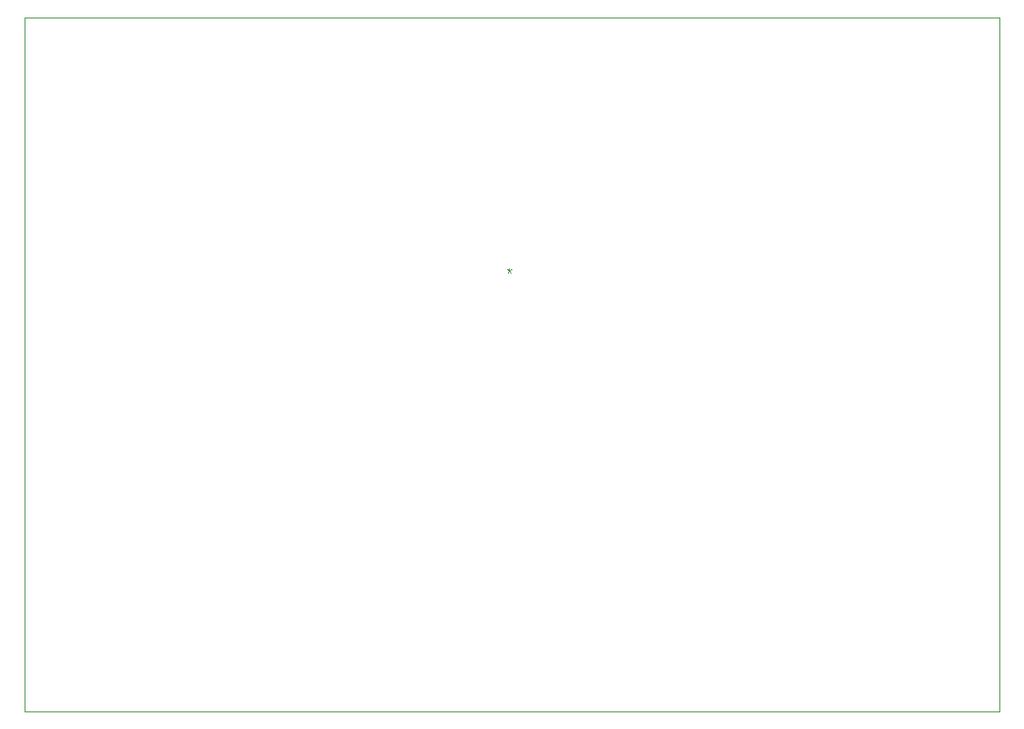
<source format=gbr>
G04 #@! TF.GenerationSoftware,KiCad,Pcbnew,5.1.5*
G04 #@! TF.CreationDate,2019-12-15T00:46:23+02:00*
G04 #@! TF.ProjectId,hakko_907,68616b6b-6f5f-4393-9037-2e6b69636164,rev?*
G04 #@! TF.SameCoordinates,Original*
G04 #@! TF.FileFunction,Legend,Bot*
G04 #@! TF.FilePolarity,Positive*
%FSLAX46Y46*%
G04 Gerber Fmt 4.6, Leading zero omitted, Abs format (unit mm)*
G04 Created by KiCad (PCBNEW 5.1.5) date 2019-12-15 00:46:23*
%MOMM*%
%LPD*%
G04 APERTURE LIST*
%ADD10C,0.100000*%
%ADD11C,0.050000*%
G04 APERTURE END LIST*
D10*
X111000000Y-118000000D02*
X111000000Y-51054000D01*
X111000000Y-51054000D02*
X205000000Y-51054000D01*
X205000000Y-118000000D02*
X111000000Y-118000000D01*
X205000000Y-51054000D02*
X205000000Y-118000000D01*
D11*
X157734000Y-75237580D02*
X157734000Y-75475676D01*
X157495904Y-75380438D02*
X157734000Y-75475676D01*
X157972095Y-75380438D01*
X157591142Y-75666152D02*
X157734000Y-75475676D01*
X157876857Y-75666152D01*
M02*

</source>
